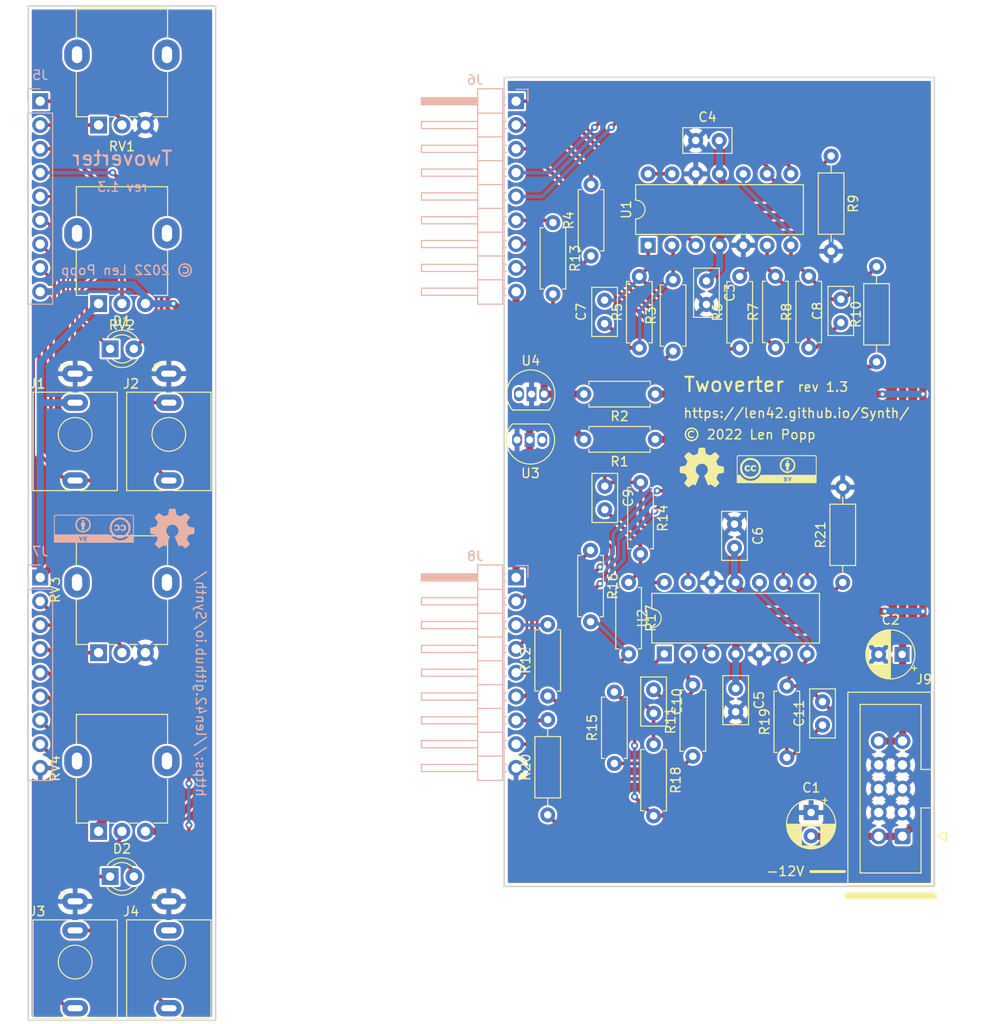
<source format=kicad_pcb>
(kicad_pcb (version 20211014) (generator pcbnew)
  (title_block (title "Eurorack Dual Attenuverter") (date "2022-08-12") (rev "1.3") (company "Len Popp") (comment 1 "Copyright © 2022 Len Popp CC BY") (comment 2 "Board settings comply with requirements of OSH Park https://oshpark.com/") (comment 3 "Eurorack dual attenuverter module - 4HP"))
  (layers (0 "F.Cu" signal) (31 "B.Cu" signal) (36 "B.SilkS" user "B.Silkscreen") (37 "F.SilkS" user "F.Silkscreen") (38 "B.Mask" user) (39 "F.Mask" user) (44 "Edge.Cuts" user))
  (net 0 "")
  (net 1 "+12V")
  (net 2 "GND")
  (net 3 "-12V")
  (net 4 "Net-(C7-Pad2)")
  (net 5 "Net-(C7-Pad1)")
  (net 6 "Net-(C8-Pad2)")
  (net 7 "Net-(C8-Pad1)")
  (net 8 "OUT-1")
  (net 9 "Net-(C9-Pad2)")
  (net 10 "Net-(C9-Pad1)")
  (net 11 "Net-(C10-Pad2)")
  (net 12 "Net-(C10-Pad1)")
  (net 13 "Net-(C11-Pad2)")
  (net 14 "Net-(C11-Pad1)")
  (net 15 "LED-1-2")
  (net 16 "LED-1-1")
  (net 17 "LED-2-2")
  (net 18 "LED-2-1")
  (net 19 "IN-1")
  (net 20 "+5VREF")
  (net 21 "OUT-1-NORMAL")
  (net 22 "IN-2")
  (net 23 "OUT-2")
  (net 25 "GAIN-1")
  (net 26 "GAIN-POT-1")
  (net 27 "OFFSET-1")
  (net 28 "GAIN-2")
  (net 29 "GAIN-POT-2")
  (net 30 "OFFSET-2")
  (net 31 "-5VREF")
  (net 32 "Net-(U1-Pad13)")
  (footprint "-lmp-misc:CP_Radial_D5.0mm_P2.50mm" (layer "F.Cu") (at 193.610112 105.9942 180)
    (fp_text reference "C2")
    (fp_text value "10U")
  )
  (footprint "-lmp-misc:CP_Radial_D5.0mm_P2.50mm" (layer "F.Cu") (at 183.896 122.8598 -90)
    (fp_text reference "C1")
    (fp_text value "10U")
  )
  (footprint "-lmp-synth:Jack_3.5mm_QingPu_WQP-PJ398SM_Vertical" (layer "F.Cu") (at 105.33 76.0478)
    (fp_text reference "J1")
    (fp_text value "WQP-PJ398")
  )
  (footprint "-lmp-synth:Potentiometer_Alpha_RD901F-40-00D_Single_Vertical" (layer "F.Cu") (at 107.83 68.58 90)
    (fp_text reference "RV2")
    (fp_text value "100K")
  )
  (footprint "-lmp-synth:Potentiometer_Alpha_RD901F-40-00D_Single_Vertical" (layer "F.Cu") (at 107.83 49.53 90)
    (fp_text reference "RV1")
    (fp_text value "100K")
  )
  (footprint "-lmp-misc:Logo_CC_BY" (layer "F.Cu") (at 180.213 86.233)
    (fp_text reference "G1" hide)
    (fp_text value "Logo_CC_BY" hide)
  )
  (footprint "-lmp-synth:IDC-Header-Eurorack-10-TH" (layer "F.Cu") (at 193.6496 125.3998 180)
    (fp_text reference "J9")
    (fp_text value "Conn_Eurorack_Pwr_10")
  )
  (footprint "-lmp-synth:Jack_3.5mm_QingPu_WQP-PJ398SM_Vertical" (layer "F.Cu") (at 115.33 76.0478)
    (fp_text reference "J2")
    (fp_text value "WQP-PJ398")
  )
  (footprint "-lmp-misc:Logo_OSHW" (layer "F.Cu") (at 172.2374 86.0806)
    (fp_text reference "G3" hide)
    (fp_text value "Logo_OSHW" hide)
  )
  (footprint "-lmp-synth:Jack_3.5mm_QingPu_WQP-PJ398SM_Vertical" (layer "F.Cu") (at 105.33 132.334)
    (fp_text reference "J3")
    (fp_text value "WQP-PJ398")
  )
  (footprint "-lmp-synth:Jack_3.5mm_QingPu_WQP-PJ398SM_Vertical" (layer "F.Cu") (at 115.33 132.334)
    (fp_text reference "J4")
    (fp_text value "WQP-PJ398")
  )
  (footprint "-lmp-misc:C_Disc_D5.0mm_W2.5mm_P2.50mm" (layer "F.Cu") (at 172.72 66.167 -90)
    (fp_text reference "C3")
    (fp_text value "100N")
  )
  (footprint "-lmp-misc:R_Axial_DIN0207_L6.3mm_D2.5mm_P7.62mm_Horizontal" (layer "F.Cu") (at 183.642 73.279 90)
    (fp_text reference "R8")
    (fp_text value "200K")
  )
  (footprint "-lmp-misc:C_Disc_D5.0mm_W2.5mm_P2.50mm" (layer "F.Cu") (at 175.8442 109.6264 -90)
    (fp_text reference "C5")
    (fp_text value "100N")
  )
  (footprint "-lmp-misc:R_Axial_DIN0207_L6.3mm_D2.5mm_P7.62mm_Horizontal" (layer "F.Cu") (at 165.5572 73.3044 90)
    (fp_text reference "R5")
    (fp_text value "100K")
  )
  (footprint "-lmp-misc:R_Axial_DIN0207_L6.3mm_D2.5mm_P10.16mm_Horizontal" (layer "F.Cu") (at 187.2742 98.3234 90)
    (fp_text reference "R21")
    (fp_text value "1K")
  )
  (footprint "-lmp-misc:R_Axial_DIN0207_L6.3mm_D2.5mm_P7.62mm_Horizontal" (layer "F.Cu") (at 160.401 63.5 90)
    (fp_text reference "R4")
    (fp_text value "33K2")
  )
  (footprint "-lmp-misc:C_Disc_D5.0mm_W2.5mm_P2.50mm" (layer "F.Cu") (at 161.8488 70.7136 90)
    (fp_text reference "C7")
    (fp_text value "47P")
  )
  (footprint "-lmp-misc:C_Disc_D5.0mm_W2.5mm_P2.50mm" (layer "F.Cu") (at 167.0812 109.7734 -90)
    (fp_text reference "C10")
    (fp_text value "47P")
  )
  (footprint "-lmp-misc:R_Axial_DIN0207_L6.3mm_D2.5mm_P7.62mm_Horizontal" (layer "F.Cu") (at 169.164 73.66 90)
    (fp_text reference "R3")
    (fp_text value "100K")
  )
  (footprint "-lmp-misc:TO-92-2_Inline" (layer "F.Cu") (at 155.124 83.116 180)
    (fp_text reference "U3")
    (fp_text value "LM4040")
  )
  (footprint "-lmp-misc:R_Axial_DIN0207_L6.3mm_D2.5mm_P7.62mm_Horizontal" (layer "F.Cu") (at 167.259 83.058 180)
    (fp_text reference "R1")
    (fp_text value "4K7")
  )
  (footprint "LED_THT:LED_D3.0mm" (layer "F.Cu") (at 109.06 73.406)
    (fp_text reference "D1")
    (fp_text value "LED_Bidi")
  )
  (footprint "-lmp-misc:R_Axial_DIN0207_L6.3mm_D2.5mm_P7.62mm_Horizontal" (layer "F.Cu") (at 171.2722 116.8654 90)
    (fp_text reference "R11")
    (fp_text value "100K")
  )
  (footprint "-lmp-misc:R_Axial_DIN0207_L6.3mm_D2.5mm_P7.62mm_Horizontal" (layer "F.Cu") (at 160.3502 94.8944 -90)
    (fp_text reference "R16")
    (fp_text value "200K")
  )
  (footprint "-lmp-misc:R_Axial_DIN0207_L6.3mm_D2.5mm_P7.62mm_Horizontal" (layer "F.Cu") (at 155.7782 110.4392 90)
    (fp_text reference "R12")
    (fp_text value "33K2")
  )
  (footprint "-lmp-misc:C_Disc_D5.0mm_W2.5mm_P2.50mm" (layer "F.Cu") (at 175.7172 92.1004 -90)
    (fp_text reference "C6")
    (fp_text value "100N")
  )
  (footprint "-lmp-misc:R_Axial_DIN0207_L6.3mm_D2.5mm_P10.16mm_Horizontal" (layer "F.Cu") (at 186.0296 52.832 -90)
    (fp_text reference "R9")
    (fp_text value "1K")
  )
  (footprint "-lmp-misc:C_Disc_D5.0mm_W2.5mm_P2.50mm" (layer "F.Cu") (at 171.577 51.181)
    (fp_text reference "C4")
    (fp_text value "100N")
  )
  (footprint "-lmp-misc:R_Axial_DIN0207_L6.3mm_D2.5mm_P7.62mm_Horizontal" (layer "F.Cu") (at 165.6842 87.6554 -90)
    (fp_text reference "R14")
    (fp_text value "100K")
  )
  (footprint "Package_DIP:DIP-14_W7.62mm" (layer "F.Cu") (at 168.2242 105.9434 90)
    (fp_text reference "U2")
    (fp_text value "TL074")
  )
  (footprint "LED_THT:LED_D3.0mm" (layer "F.Cu") (at 109.06 129.6922)
    (fp_text reference "D2")
    (fp_text value "LED_Bidi")
  )
  (footprint "-lmp-misc:R_Axial_DIN0207_L6.3mm_D2.5mm_P10.16mm_Horizontal" (layer "F.Cu") (at 190.881 64.643 -90)
    (fp_text reference "R10")
    (fp_text value "51R")
  )
  (footprint "-lmp-misc:R_Axial_DIN0207_L6.3mm_D2.5mm_P7.62mm_Horizontal" (layer "F.Cu") (at 176.276 73.3044 90)
    (fp_text reference "R6")
    (fp_text value "200K")
  )
  (footprint "-lmp-misc:C_Disc_D5.0mm_W2.5mm_P2.50mm" (layer "F.Cu") (at 185.1152 113.5434 90)
    (fp_text reference "C11")
    (fp_text value "47P")
  )
  (footprint "-lmp-misc:R_Axial_DIN0207_L6.3mm_D2.5mm_P7.62mm_Horizontal" (layer "F.Cu") (at 181.3052 116.9924 90)
    (fp_text reference "R19")
    (fp_text value "200K")
  )
  (footprint "-lmp-misc:R_Axial_DIN0207_L6.3mm_D2.5mm_P7.62mm_Horizontal" (layer "F.Cu") (at 162.8902 117.6274 90)
    (fp_text reference "R15")
    (fp_text value "100K")
  )
  (footprint "-lmp-misc:TO-92-2_Inline" (layer "F.Cu") (at 152.781 78.232)
    (fp_text reference "U4")
    (fp_text value "LM4040")
  )
  (footprint "-lmp-synth:Potentiometer_Alpha_RD901F-40-00D_Single_Vertical" (layer "F.Cu") (at 107.83 124.8662 90)
    (fp_text reference "RV4")
    (fp_text value "100K")
  )
  (footprint "-lmp-misc:R_Axial_DIN0207_L6.3mm_D2.5mm_P7.62mm_Horizontal" (layer "F.Cu") (at 180.086 73.279 90)
    (fp_text reference "R7")
    (fp_text value "100K")
  )
  (footprint "-lmp-misc:R_Axial_DIN0207_L6.3mm_D2.5mm_P7.62mm_Horizontal" (layer "F.Cu") (at 167.0812 115.5954 -90)
    (fp_text reference "R18")
    (fp_text value "100K")
  )
  (footprint "-lmp-synth:Potentiometer_Alpha_RD901F-40-00D_Single_Vertical" (layer "F.Cu") (at 107.83 105.8162 90)
    (fp_text reference "RV3")
    (fp_text value "100K")
  )
  (footprint "-lmp-misc:R_Axial_DIN0207_L6.3mm_D2.5mm_P7.62mm_Horizontal" (layer "F.Cu") (at 156.337 59.944 -90)
    (fp_text reference "R13")
    (fp_text value "100K")
  )
  (footprint "-lmp-misc:R_Axial_DIN0207_L6.3mm_D2.5mm_P7.62mm_Horizontal" (layer "F.Cu") (at 164.4142 98.3234 -90)
    (fp_text reference "R17")
    (fp_text value "200K")
  )
  (footprint "-lmp-misc:C_Disc_D5.0mm_W2.5mm_P2.50mm" (layer "F.Cu") (at 187.071 70.612 90)
    (fp_text reference "C8")
    (fp_text value "47P")
  )
  (footprint "-lmp-misc:C_Disc_D5.0mm_W2.5mm_P2.50mm" (layer "F.Cu") (at 161.8742 88.0564 -90)
    (fp_text reference "C9")
    (fp_text value "47P")
  )
  (footprint "Package_DIP:DIP-14_W7.62mm" (layer "F.Cu") (at 166.497 62.357 90)
    (fp_text reference "U1")
    (fp_text value "TL074")
  )
  (footprint "-lmp-misc:R_Axial_DIN0207_L6.3mm_D2.5mm_P7.62mm_Horizontal" (layer "F.Cu") (at 167.259 78.232 180)
    (fp_text reference "R2")
    (fp_text value "4K7")
  )
  (footprint "-lmp-misc:R_Axial_DIN0207_L6.3mm_D2.5mm_P10.16mm_Horizontal" (layer "F.Cu") (at 155.7782 123.1138 90)
    (fp_text reference "R20")
    (fp_text value "51R")
  )
  (footprint "Connector_PinSocket_2.54mm:PinSocket_1x09_P2.54mm_Vertical" (layer "B.Cu") (at 101.6 46.99 180)
    (fp_text reference "J5")
    (fp_text value "Conn_Front")
  )
  (footprint "-lmp-misc:Logo_CC_BY" (layer "B.Cu") (at 107.3404 92.583 180)
    (fp_text reference "G2" hide)
    (fp_text value "Logo_CC_BY" hide)
  )
  (footprint "-lmp-misc:Logo_OSHW" (layer "B.Cu") (at 115.697 92.583 180)
    (fp_text reference "G4" hide)
    (fp_text value "Logo_OSHW" hide)
  )
  (footprint "Connector_PinHeader_2.54mm:PinHeader_1x09_P2.54mm_Horizontal" (layer "B.Cu") (at 152.4 46.99 180)
    (fp_text reference "J6")
    (fp_text value "Conn_Back")
  )
  (footprint "Connector_PinSocket_2.54mm:PinSocket_1x09_P2.54mm_Vertical" (layer "B.Cu") (at 101.6 97.79 180)
    (fp_text reference "J7")
    (fp_text value "Conn_Front")
  )
  (footprint "Connector_PinHeader_2.54mm:PinHeader_1x09_P2.54mm_Horizontal" (layer "B.Cu") (at 152.4 97.79 180)
    (fp_text reference "J8")
    (fp_text value "Conn_Back")
  )
  (gr_line (start 187.4774 129.159) (end 183.863 129.159) (layer "F.SilkS") (width 0.3048))
  (gr_line (start 151.13 130.7438) (end 151.13 44.45) (layer "Edge.Cuts") (width 0.1524))
  (gr_line (start 151.13 44.45) (end 197.058 44.45) (layer "Edge.Cuts") (width 0.1524))
  (gr_line (start 120.33 36.83) (end 120.33 145.034) (layer "Edge.Cuts") (width 0.1524))
  (gr_line (start 120.33 145.034) (end 100.33 145.034) (layer "Edge.Cuts") (width 0.1524))
  (gr_line (start 100.33 36.83) (end 120.33 36.83) (layer "Edge.Cuts") (width 0.1524))
  (gr_line (start 197.058 130.7438) (end 151.13 130.7438) (layer "Edge.Cuts") (width 0.1524))
  (gr_line (start 197.058 44.45) (end 197.058 130.7438) (layer "Edge.Cuts") (width 0.1524))
  (gr_line (start 100.33 145.034) (end 100.33 36.83) (layer "Edge.Cuts") (width 0.1524))
  (gr_text "Twoverter" (at 110.363 53.086) (layer "B.SilkS") (effects (font (size 1.524 1.524) (thickness 0.2286)) (justify mirror)))
  (gr_text "rev ${REVISION}" (at 110.363 56.134) (layer "B.SilkS") (effects (font (size 1 1)) (justify mirror)))
  (gr_text "© 2022 Len Popp" (at 110.871 65.024) (layer "B.SilkS") (effects (font (size 1 1)) (justify mirror)))
  (gr_text "https://len42.github.io/Synth/" (at 118.745 121.285 -90) (layer "B.SilkS") (effects (font (size 1.016 1.016) (thickness 0.1524)) (justify left mirror)))
  (gr_text "© 2022 Len Popp" (at 170.18 82.55) (layer "F.SilkS") (effects (font (size 1 1)) (justify left)))
  (gr_text "-12V" (at 183.261 129.1336) (layer "F.SilkS") (effects (font (size 1 1)) (justify right)))
  (gr_text "Twoverter" (at 170.18 77.216) (layer "F.SilkS") (effects (font (size 1.524 1.524) (thickness 0.2286)) (justify left)))
  (gr_text "https://len42.github.io/Synth/" (at 170.18 80.264) (layer "F.SilkS") (effects (font (size 1.016 1.016) (thickness 0.1524)) (justify left)))
  (gr_text "rev ${REVISION}" (at 182.372 77.47) (layer "F.SilkS") (effects (font (size 1 1)) (justify left)))
  (segment (start 189.611 60.198) (end 175.514 60.198) (width 0.762) (layer "F.Cu") (net 1))
  (segment (start 193.548 83.058) (end 167.259 83.058) (width 0.762) (layer "F.Cu") (net 1))
  (segment (start 191.1096 115.2398) (end 193.6496 115.2398) (width 0.762) (layer "F.Cu") (net 1))
  (segment (start 175.8442 105.0798) (end 175.8442 105.9434) (width 0.762) (layer "F.Cu") (net 1))
  (segment (start 174.117 61.595) (end 174.117 62.357) (width 0.762) (layer "F.Cu") (net 1))
  (segment (start 193.662 64.249) (end 189.611 60.198) (width 0.762) (layer "F.Cu") (net 1))
  (segment (start 193.662 82.944) (end 193.548 83.058) (width 0.762) (layer "F.Cu") (net 1))
  (segment (start 177.5206 103.4034) (end 175.8442 105.0798) (width 0.762) (layer "F.Cu") (net 1))
  (segment (start 193.6496 115.2398) (end 193.662 115.2274) (width 0.762) (layer "F.Cu") (net 1))
  (segment (start 193.6496 103.4034) (end 177.5206 103.4034) (width 0.762) (layer "F.Cu") (net 1))
  (segment (start 175.514 60.198) (end 174.117 61.595) (width 0.762) (layer "F.Cu") (net 1))
  (segment (start 193.662 82.944) (end 193.662 64.249) (width 0.762) (layer "F.Cu") (net 1))
  (segment (start 193.662 115.2274) (end 193.662 82.944) (width 0.762) (layer "F.Cu") (net 1))
  (segment (start 174.117 62.357) (end 174.117 64.77) (width 0.762) (layer "B.Cu") (net 1))
  (segment (start 175.8442 105.9434) (end 175.8442 109.6264) (width 0.762) (layer "B.Cu") (net 1))
  (segment (start 174.117 64.77) (end 172.72 66.167) (width 0.762) (layer "B.Cu") (net 1))
  (segment (start 174.117 55.245) (end 174.117 54.737) (width 0.762) (layer "F.Cu") (net 3))
  (segment (start 191.77 101.3968) (end 178.6128 101.3968) (width 0.762) (layer "F.Cu") (net 3))
  (segment (start 195.834 123.2154) (end 193.6496 125.3998) (width 0.762) (layer "F.Cu") (net 3))
  (segment (start 177.1904 58.3184) (end 174.117 55.245) (width 0.762) (layer "F.Cu") (net 3))
  (segment (start 178.6128 101.3968) (end 175.8442 98.6282) (width 0.762) (layer "F.Cu") (net 3))
  (segment (start 183.936 125.3998) (end 183.896 125.3598) (width 0.762) (layer "F.Cu") (net 3))
  (segment (start 195.834 63.246) (end 190.9064 58.3184) (width 0.762) (layer "F.Cu") (net 3))
  (segment (start 190.9064 58.3184) (end 177.1904 58.3184) (width 0.762) (layer "F.Cu") (net 3))
  (segment (start 191.1096 125.3998) (end 183.936 125.3998) (width 0.762) (layer "F.Cu") (net 3))
  (segment (start 167.259 78.232) (end 191.516 78.232) (width 0.762) (layer "F.Cu") (net 3))
  (segment (start 175.8442 98.6282) (end 175.8442 98.3234) (width 0.762) (layer "F.Cu") (net 3))
  (segment (start 195.834 78.232) (end 195.834 123.2154) (width 0.762) (layer "F.Cu") (net 3))
  (segment (start 191.1096 125.3998) (end 193.6496 125.3998) (width 0.762) (layer "F.Cu") (net 3))
  (segment (start 195.834 78.232) (end 195.834 63.246) (width 0.762) (layer "F.Cu") (net 3))
  (via (at 191.516 78.232) (size 0.762) (drill 0.381) (layers "F.Cu" "B.Cu") (net 3))
  (via (at 191.77 101.3968) (size 0.762) (drill 0.381) (layers "F.Cu" "B.Cu") (net 3))
  (via (at 195.834 78.232) (size 0.762) (drill 0.381) (layers "F.Cu" "B.Cu") (net 3))
  (via (at 195.834 101.3968) (size 0.762) (drill 0.381) (layers "F.Cu" "B.Cu") (net 3))
  (segment (start 174.117 51.221) (end 174.077 51.181) (width 0.762) (layer "B.Cu") (net 3))
  (segment (start 175.7172 98.1964) (end 175.8442 98.3234) (width 0.762) (layer "B.Cu") (net 3))
  (segment (start 191.516 78.232) (end 195.834 78.232) (width 0.762) (layer "B.Cu") (net 3))
  (segment (start 175.7172 94.6004) (end 175.7172 98.1964) (width 0.762) (layer "B.Cu") (net 3))
  (segment (start 195.834 101.3968) (end 191.77 101.3968) (width 0.762) (layer "B.Cu") (net 3))
  (segment (start 174.117 54.737) (end 174.117 51.221) (width 0.762) (layer "B.Cu") (net 3))
  (segment (start 167.767 67.945) (end 169.164 67.945) (width 0.381) (layer "F.Cu") (net 4))
  (segment (start 166.497 64.7446) (end 165.5572 65.6844) (width 0.381) (layer "F.Cu") (net 4))
  (segment (start 165.5572 65.7352) (end 167.767 67.945) (width 0.381) (layer "F.Cu") (net 4))
  (segment (start 169.164 67.945) (end 172.72 71.501) (width 0.381) (layer "F.Cu") (net 4))
  (segment (start 172.72 71.501) (end 178.308 71.501) (width 0.381) (layer "F.Cu") (net 4))
  (segment (start 165.5572 65.6844) (end 165.5572 65.7352) (width 0.381) (layer "F.Cu") (net 4))
  (segment (start 166.497 62.357) (end 166.497 64.7446) (width 0.381) (layer "F.Cu") (net 4))
  (segment (start 178.308 71.501) (end 180.086 73.279) (width 0.381) (layer "F.Cu") (net 4))
  (segment (start 165.5572 65.8368) (end 163.1804 68.2136) (width 0.381) (layer "B.Cu") (net 4))
  (segment (start 165.5572 65.6844) (end 165.5572 65.8368) (width 0.381) (layer "B.Cu") (net 4))
  (segment (start 163.1804 68.2136) (end 161.8488 68.2136) (width 0.381) (layer "B.Cu") (net 4))
  (segment (start 162.0266 70.7136) (end 164.6174 73.3044) (width 0.381) (layer "F.Cu") (net 5))
  (segment (start 169.164 62.484) (end 169.037 62.357) (width 0.381) (layer "F.Cu") (net 5))
  (segment (start 161.8488 70.7136) (end 162.0266 70.7136) (width 0.381) (layer "F.Cu") (net 5))
  (segment (start 164.6174 73.3044) (end 165.5572 73.3044) (width 0.381) (layer "F.Cu") (net 5))
  (segment (start 169.164 66.04) (end 169.164 62.484) (width 0.381) (layer "F.Cu") (net 5))
  (segment (start 165.608 73.2536) (end 165.608 69.342) (width 0.381) (layer "B.Cu") (net 5))
  (segment (start 168.91 66.04) (end 169.164 66.04) (width 0.381) (layer "B.Cu") (net 5))
  (segment (start 165.5572 73.3044) (end 165.608 73.2536) (width 0.381) (layer "B.Cu") (net 5))
  (segment (start 165.608 69.342) (end 168.91 66.04) (width 0.381) (layer "B.Cu") (net 5))
  (segment (start 181.737 62.357) (end 181.737 63.754) (width 0.381) (layer "F.Cu") (net 6))
  (segment (start 187.071 68.112) (end 187.412 68.112) (width 0.381) (layer "F.Cu") (net 6))
  (segment (start 186.095 68.112) (end 187.071 68.112) (width 0.381) (layer "F.Cu") (net 6))
  (segment (start 187.412 68.112) (end 190.881 64.643) (width 0.381) (layer "F.Cu") (net 6))
  (segment (start 183.642 65.659) (end 186.095 68.112) (width 0.381) (layer "F.Cu") (net 6))
  (segment (start 181.737 63.754) (end 183.642 65.659) (width 0.381) (layer "F.Cu") (net 6))
  (segment (start 181.737 61.087) (end 181.737 62.357) (width 0.381) (layer "B.Cu") (net 6))
  (segment (start 176.657 56.007) (end 181.737 61.087) (width 0.381) (layer "B.Cu") (net 6))
  (segment (start 176.657 54.737) (end 176.657 56.007) (width 0.381) (layer "B.Cu") (net 6))
  (segment (start 183.642 73.279) (end 183.642 69.215) (width 0.381) (layer "F.Cu") (net 7))
  (segment (start 184.404 73.279) (end 183.642 73.279) (width 0.381) (layer "F.Cu") (net 7))
  (segment (start 183.642 69.215) (end 180.086 65.659) (width 0.381) (layer "F.Cu") (net 7))
  (segment (start 179.197 64.77) (end 177.1904 64.77) (width 0.381) (layer "F.Cu") (net 7))
  (segment (start 187.071 70.612) (end 184.404 73.279) (width 0.381) (layer "F.Cu") (net 7))
  (segment (start 177.1904 64.77) (end 176.276 65.6844) (width 0.381) (layer "F.Cu") (net 7))
  (segment (start 180.086 65.659) (end 179.197 64.77) (width 0.381) (layer "F.Cu") (net 7))
  (segment (start 179.197 64.77) (end 179.197 62.357) (width 0.381) (layer "F.Cu") (net 7))
  (segment (start 102.743 70.612) (end 104.0892 69.2658) (width 0.3048) (layer "F.Cu") (net 8))
  (segment (start 161.163 61.722) (end 153.797 61.722) (width 0.381) (layer "F.Cu") (net 8))
  (segment (start 104.0892 64.7192) (end 101.6 62.23) (width 0.3048) (layer "F.Cu") (net 8))
  (segment (start 102.743 84.074) (end 102.743 70.612) (width 0.381) (layer "F.Cu") (net 8))
  (segment (start 169.418 71.501) (end 167.513 71.501) (width 0.381) (layer "F.Cu") (net 8))
  (segment (start 173.228 75.311) (end 169.418 71.501) (width 0.381) (layer "F.Cu") (net 8))
  (segment (start 167.513 71.501) (end 162.56 66.548) (width 0.381) (layer "F.Cu") (net 8))
  (segment (start 104.0892 69.2658) (end 104.0892 64.7192) (width 0.3048) (layer "F.Cu") (net 8))
  (segment (start 162.56 63.119) (end 161.163 61.722) (width 0.381) (layer "F.Cu") (net 8))
  (segment (start 104.14 85.471) (end 102.743 84.074) (width 0.381) (layer "F.Cu") (net 8))
  (segment (start 115.33 87.4478) (end 113.3532 85.471) (width 0.381) (layer "F.Cu") (net 8))
  (segment (start 113.3532 85.471) (end 104.14 85.471) (width 0.381) (layer "F.Cu") (net 8))
  (segment (start 153.797 61.722) (end 153.289 62.23) (width 0.381) (layer "F.Cu") (net 8))
  (segment (start 190.881 74.803) (end 190.373 75.311) (width 0.381) (layer "F.Cu") (net 8))
  (segment (start 153.289 62.23) (end 152.4 62.23) (width 0.381) (layer "F.Cu") (net 8))
  (segment (start 190.373 75.311) (end 173.228 75.311) (width 0.381) (layer "F.Cu") (net 8))
  (segment (start 162.56 66.548) (end 162.56 63.119) (width 0.381) (layer "F.Cu") (net 8))
  (segment (start 166.9542 98.3234) (end 168.2242 98.3234) (width 0.381) (layer "F.Cu") (net 9))
  (segment (start 165.6842 97.0534) (end 166.9542 98.3234) (width 0.381) (layer "F.Cu") (net 9))
  (segment (start 165.6842 97.0534) (end 164.4142 98.3234) (width 0.381) (layer "F.Cu") (net 9))
  (segment (start 165.6842 95.2754) (end 165.6842 97.0534) (width 0.381) (layer "F.Cu") (net 9))
  (segment (start 161.8742 90.5564) (end 165.6842 94.3664) (width 0.381) (layer "F.Cu") (net 9))
  (segment (start 165.6842 94.3664) (end 165.6842 95.2754) (width 0.381) (layer "F.Cu") (net 9))
  (segment (start 162.2752 87.6554) (end 161.8742 88.0564) (width 0.381) (layer "F.Cu") (net 10))
  (segment (start 156.337 71.882) (end 156.337 67.564) (width 0.381) (layer "F.Cu") (net 10))
  (segment (start 161.8742 88.0564) (end 161.8742 77.4192) (width 0.381) (layer "F.Cu") (net 10))
  (segment (start 170.7642 98.3234) (end 170.7642 97.1804) (width 0.381) (layer "F.Cu") (net 10))
  (segment (start 170.7642 97.1804) (end 165.6842 92.1004) (width 0.381) (layer "F.Cu") (net 10))
  (segment (start 161.8742 77.4192) (end 156.337 71.882) (width 0.381) (layer "F.Cu") (net 10))
  (segment (start 165.6842 87.6554) (end 162.2752 87.6554) (width 0.381) (layer "F.Cu") (net 10))
  (segment (start 165.6842 92.1004) (end 165.6842 87.6554) (width 0.381) (layer "F.Cu") (net 10))
  (segment (start 162.8902 110.0074) (end 163.5052 110.6224) (width 0.381) (layer "F.Cu") (net 11))
  (segment (start 167.0812 115.5954) (end 167.0812 112.2734) (width 0.381) (layer "F.Cu") (net 11))
  (segment (start 165.4302 110.6224) (end 165.4302 108.7374) (width 0.381) (layer "F.Cu") (net 11))
  (segment (start 167.0812 112.2734) (end 165.4302 110.6224) (width 0.381) (layer "F.Cu") (net 11))
  (segment (start 163.5052 110.6224) (end 165.4302 110.6224) (width 0.381) (layer "F.Cu") (net 11))
  (segment (start 165.4302 108.7374) (end 168.2242 105.9434) (width 0.381) (layer "F.Cu") (net 11))
  (segment (start 162.8902 117.6274) (end 167.4622 117.6274) (width 0.381) (layer "F.Cu") (net 12))
  (segment (start 170.7642 108.7374) (end 170.7642 105.9434) (width 0.381) (layer "F.Cu") (net 12))
  (segment (start 167.4622 117.6274) (end 169.2402 115.8494) (width 0.381) (layer "F.Cu") (net 12))
  (segment (start 171.2722 109.2454) (end 171.2722 109.9004) (width 0.381) (layer "F.Cu") (net 12))
  (segment (start 169.2402 115.8494) (end 169.2402 111.9324) (width 0.381) (layer "F.Cu") (net 12))
  (segment (start 167.0812 109.7734) (end 169.2402 111.9324) (width 0.381) (layer "F.Cu") (net 12))
  (segment (start 171.2722 109.9004) (end 169.2402 111.9324) (width 0.381) (layer "F.Cu") (net 12))
  (segment (start 171.2722 109.2454) (end 170.7642 108.7374) (width 0.381) (layer "F.Cu") (net 12))
  (segment (start 183.4642 106.6038) (end 181.3052 108.7628) (width 0.381) (layer "F.Cu") (net 13))
  (segment (start 157.6578 124.9934) (end 177.3682 124.9934) (width 0.381) (layer "F.Cu") (net 13))
  (segment (start 181.3052 108.7628) (end 181.3052 109.3724) (width 0.381) (layer "F.Cu") (net 13))
  (segment (start 186.7662 115.5954) (end 186.7662 112.6944) (width 0.381) (layer "F.Cu") (net 13))
  (segment (start 186.7662 112.6944) (end 185.1152 111.0434) (width 0.381) (layer "F.Cu") (net 13))
  (segment (start 183.4642 105.9434) (end 183.4642 106.6038) (width 0.381) (layer "F.Cu") (net 13))
  (segment (start 183.4442 109.3724) (end 185.1152 111.0434) (width 0.381) (layer "F.Cu") (net 13))
  (segment (start 177.3682 124.9934) (end 186.7662 115.5954) (width 0.381) (layer "F.Cu") (net 13))
  (segment (start 181.3052 109.3724) (end 183.4442 109.3724) (width 0.381) (layer "F.Cu") (net 13))
  (segment (start 155.7782 123.1138) (end 157.6578 124.9934) (width 0.381) (layer "F.Cu") (net 13))
  (segment (start 178.3842 98.3234) (end 178.3842 99.4664) (width 0.381) (layer "B.Cu") (net 13))
  (segment (start 183.4642 104.5464) (end 183.4642 105.9434) (width 0.381) (layer "B.Cu") (net 13))
  (segment (start 178.3842 99.4664) (end 183.4642 104.5464) (width 0.381) (layer "B.Cu") (net 13))
  (segment (start 161.2392 109.1184) (end 161.2392 109.8804) (width 0.381) (layer "F.Cu") (net 14))
  (segment (start 179.1462 112.0394) (end 181.3052 114.1984) (width 0.381) (layer "F.Cu") (net 14))
  (segment (start 165.0492 114.7064) (end 165.0492 115.7224) (width 0.381) (layer "F.Cu") (net 14))
  (segment (start 162.2552 111.9124) (end 165.0492 114.7064) (width 0.381) (layer "F.Cu") (net 14))
  (segment (start 165.0492 121.1834) (end 167.0812 123.2154) (width 0.381) (layer "F.Cu") (net 14))
  (segment (start 179.1462 112.0394) (end 167.9702 123.2154) (width 0.381) (layer "F.Cu") (net 14))
  (segment (start 181.6662 116.9924) (end 181.3052 116.9924) (width 0.381) (layer "F.Cu") (net 14))
  (segment (start 161.2392 110.8964) (end 162.2552 111.9124) (width 0.381) (layer "F.Cu") (net 14))
  (segment (start 185.1152 113.5434) (end 181.6662 116.9924) (width 0.381) (layer "F.Cu") (net 14))
  (segment (start 180.9242 106.3498) (end 180.9242 105.9434) (width 0.381) (layer "F.Cu") (net 14))
  (segment (start 179.1462 112.0394) (end 179.1462 108.1278) (width 0.381) (layer "F.Cu") (net 14))
  (segment (start 164.4142 105.9434) (end 161.2392 109.1184) (width 0.381) (layer "F.Cu") (net 14))
  (segment (start 161.2392 109.8804) (end 161.2392 110.8964) (width 0.381) (layer "F.Cu") (net 14))
  (segment (start 181.3052 114.1984) (end 181.3052 116.9924) (width 0.381) (layer "F.Cu") (net 14))
  (segment (start 167.9702 123.2154) (end 167.0812 123.2154) (width 0.381) (layer "F.Cu") (net 14))
  (segment (start 179.1462 108.1278) (end 180.9242 106.3498) (width 0.381) (layer "F.Cu") (net 14))
  (via (at 165.0492 115.7224) (size 0.762) (drill 0.381) (layers "F.Cu" "B.Cu") (net 14))
  (via (at 165.0492 121.1834) (size 0.762) (drill 0.381) (layers "F.Cu" "B.Cu") (net 14))
  (segment (start 160.9852 102.5144) (end 164.4142 105.9434) (width 0.381) (layer "B.Cu") (net 14))
  (segment (start 165.0492 115.7224) (end 165.0492 121.1834) (width 0.381) (layer "B.Cu") (net 14))
  (segment (start 160.3502 102.5144) (end 160.9852 102.5144) (width 0.381) (layer "B.Cu") (net 14))
  (segment (start 107.061 57.15) (end 108.966 59.055) (width 0.3048) (layer "F.Cu") (net 15))
  (segment (start 163.068 49.276) (end 174.498 49.276) (width 0.381) (layer "F.Cu") (net 15))
  (segment (start 186.0296 52.8828) (end 182.4228 56.4896) (width 0.381) (layer "F.Cu") (net 15))
  (segment (start 180.9496 56.4896) (end 179.197 54.737) (width 0.381) (layer "F.Cu") (net 15))
  (segment (start 186.0296 52.832) (end 186.0296 52.8828) (width 0.381) (layer "F.Cu") (net 15))
  (segment (start 174.498 49.276) (end 179.197 53.975) (width 0.381) (layer "F.Cu") (net 15))
  (segment (start 179.197 53.975) (end 179.197 54.737) (width 0.381) (layer "F.Cu") (net 15))
  (segment (start 108.966 64.135) (end 106.045 67.056) (width 0.3048) (layer "F.Cu") (net 15))
  (segment (start 182.4228 56.4896) (end 180.9496 56.4896) (width 0.381) (layer "F.Cu") (net 15))
  (segment (start 108.966 59.055) (end 108.966 64.135) (width 0.3048) (layer "F.Cu") (net 15))
  (segment (start 162.56 49.784) (end 163.068 49.276) (width 0.381) (layer "F.Cu") (net 15))
  (segment (start 106.045 67.056) (end 106.045 70.391) (width 0.3048) (layer "F.Cu") (net 15))
  (segment (start 101.6 57.15) (end 107.061 57.15) (width 0.3048) (layer "F.Cu") (net 15))
  (segment (start 106.045 70.391) (end 109.06 73.406) (width 0.3048) (layer "F.Cu") (net 15))
  (via (at 162.56 49.784) (size 0.762) (drill 0.381) (layers "F.Cu" "B.Cu") (net 15))
  (segment (start 152.4 57.15) (end 155.194 57.15) (width 0.381) (layer "B.Cu") (net 15))
  (segment (start 155.194 57.15) (end 156.337 56.007) (width 0.381) (layer "B.Cu") (net 15))
  (segment (start 156.337 56.007) (end 162.56 49.784) (width 0.381) (layer "B.Cu") (net 15))
  (segment (start 175.641 48.006) (end 181.737 54.102) (width 0.381) (layer "F.Cu") (net 16))
  (segment (start 181.737 54.102) (end 181.737 54.737) (width 0.381) (layer "F.Cu") (net 16))
  (segment (start 112.014 57.277) (end 112.014 64.516) (width 0.381) (layer "F.Cu") (net 16))
  (segment (start 114.554 70.452) (end 111.6 73.406) (width 0.381) (layer "F.Cu") (net 16))
  (segment (start 112.014 64.516) (end 114.554 67.056) (width 0.381) (layer "F.Cu") (net 16))
  (segment (start 109.347 54.61) (end 112.014 57.277) (width 0.381) (layer "F.Cu") (net 16))
  (segment (start 162.56 48.006) (end 175.641 48.006) (width 0.381) (layer "F.Cu") (net 16))
  (segment (start 160.782 49.784) (end 162.56 48.006) (width 0.381) (layer "F.Cu") (net 16))
  (segment (start 114.554 67.056) (end 114.554 70.452) (width 0.381) (layer "F.Cu") (net 16))
  (via (at 160.782 49.784) (size 0.762) (drill 0.381) (layers "F.Cu" "B.Cu") (net 16))
  (via (at 109.347 54.61) (size 0.762) (drill 0.381) (layers "F.Cu" "B.Cu") (net 16))
  (segment (start 160.782 49.784) (end 155.956 54.61) (width 0.381) (layer "B.Cu") (net 16))
  (segment (start 155.956 54.61) (end 152.4 54.61) (width 0.381) (layer "B.Cu") (net 16))
  (segment (start 101.6 54.61) (end 109.347 54.61) (width 0.381) (layer "B.Cu") (net 16))
  (segment (start 102.3874 110.49) (end 101.6 110.49) (width 0.381) (layer "F.Cu") (net 17))
  (segment (start 103.7763 122.5123) (end 107.7976 118.491) (width 0.381) (layer "F.Cu") (net 17))
  (segment (start 109.06 129.6922) (end 105.9432 129.6922) (width 0.381) (layer "F.Cu") (net 17))
  (segment (start 103.7763 127.5253) (end 103.7763 122.5123) (width 0.381) (layer "F.Cu") (net 17))
  (segment (start 105.9432 129.6922) (end 103.7763 127.5253) (width 0.381) (layer "F.Cu") (net 17))
  (segment (start 176.3522 89.9414) (end 180.9242 94.5134) (width 0.381) (layer "F.Cu") (net 17))
  (segment (start 107.7976 115.9002) (end 102.3874 110.49) (width 0.381) (layer "F.Cu") (net 17))
  (segment (start 167.9702 89.9414) (end 176.3522 89.9414) (width 0.381) (layer "F.Cu") (net 17))
  (segment (start 167.2082 90.7034) (end 167.9702 89.9414) (width 0.381) (layer "F.Cu") (net 17))
  (segment (start 153.289 110.49) (end 158.623 105.156) (width 0.381) (layer "F.Cu") (net 17))
  (segment (start 107.7976 118.491) (end 107.7976 115.9002) (width 0.381) (layer "F.Cu") (net 17))
  (segment (start 185.6232 99.9744) (end 182.5752 99.9744) (width 0.381) (layer "F.Cu") (net 17))
  (segment (start 152.4 110.49) (end 153.289 110.49) (width 0.381) (layer "F.Cu") (net 17))
  (segment (start 158.623 105.156) (end 158.623 101.1936) (width 0.381) (layer "F.Cu") (net 17))
  (segment (start 158.623 101.1936) (end 161.3662 98.4504) (width 0.381) (layer "F.Cu") (net 17))
  (segment (start 182.5752 99.9744) (end 180.9242 98.3234) (width 0.381) (layer "F.Cu") (net 17))
  (segment (start 187.2742 98.3234) (end 185.6232 99.9744) (width 0.381) (layer "F.Cu") (net 17))
  (segment (start 180.9242 94.5134) (end 180.9242 98.3234) (width 0.381) (layer "F.Cu") (net 17))
  (via (at 161.3662 98.4504) (size 0.762) (drill 0.381) (layers "F.Cu" "B.Cu") (net 17))
  (via (at 167.2082 90.7034) (size 0.762) (drill 0.381) (layers "F.Cu" "B.Cu") (net 17))
  (segment (start 163.9062 95.9104) (end 161.3662 98.4504) (width 0.381) (layer "B.Cu") (net 17))
  (segment (start 167.2082 90.7034) (end 163.9062 94.0054) (width 0.381) (layer "B.Cu") (net 17))
  (segment (start 163.9062 94.0054) (end 163.9062 95.9104) (width 0.381) (layer "B.Cu") (net 17))
  (segment (start 104.8766 122.9106) (end 104.8766 126.873) (width 0.381) (layer "F.Cu") (net 18))
  (segment (start 157.48 104.3178) (end 157.48 100.5586) (width 0.381) (layer "F.Cu") (net 18))
  (segment (start 176.9872 88.5444) (end 183.4642 95.0214) (width 0.381) (layer "F.Cu") (net 18))
  (segment (start 110.363 127.9144) (end 111.6 129.1514) (width 0.381) (layer "F.Cu") (net 18))
  (segment (start 104.8766 126.873) (end 105.918 127.9144) (width 0.381) (layer "F.Cu") (net 18))
  (segment (start 105.918 127.9144) (end 110.363 127.9144) (width 0.381) (layer "F.Cu") (net 18))
  (segment (start 167.4622 88.5444) (end 176.9872 88.5444) (width 0.381) (layer "F.Cu") (net 18))
  (segment (start 108.9914 118.7958) (end 104.8766 122.9106) (width 0.381) (layer "F.Cu") (net 18))
  (segment (start 111.6 129.1514) (end 111.6 129.6922) (width 0.381) (layer "F.Cu") (net 18))
  (segment (start 101.6 107.95) (end 102.4382 107.95) (width 0.381) (layer "F.Cu") (net 18))
  (segment (start 108.9914 114.5032) (end 108.9914 118.7958) (width 0.381) (layer "F.Cu") (net 18))
  (segment (start 157.48 100.5586) (end 161.3662 96.6724) (width 0.381) (layer "F.Cu") (net 18))
  (segment (start 183.4642 95.0214) (end 183.4642 98.3234) (width 0.381) (layer "F.Cu") (net 18))
  (segment (start 152.4 107.95) (end 153.8478 107.95) (width 0.381) (layer "F.Cu") (net 18))
  (segment (start 102.4382 107.95) (end 108.9914 114.5032) (width 0.381) (layer "F.Cu") (net 18))
  (segment (start 153.8478 107.95) (end 157.48 104.3178) (width 0.381) (layer "F.Cu") (net 18))
  (via (at 167.4622 88.5444) (size 0.762) (drill 0.381) (layers "F.Cu" "B.Cu") (net 18))
  (via (at 161.3662 96.6724) (size 0.762) (drill 0.381) (layers "F.Cu" "B.Cu") (net 18))
  (segment (start 162.7632 93.1164) (end 162.7632 95.2754) (width 0.381) (layer "B.Cu") (net 18))
  (segment (start 167.4622 88.5444) (end 167.3352 88.5444) (width 0.381) (layer "B.Cu") (net 18))
  (segment (start 167.3352 88.5444) (end 162.7632 93.1164) (width 0.381) (layer "B.Cu") (net 18))
  (segment (start 162.7632 95.2754) (end 161.3662 96.6724) (width 0.381) (layer "B.Cu") (net 18))
  (segment (start 117.475 119.761) (end 117.475 94.361) (width 0.381) (layer "F.Cu") (net 19))
  (segment (start 163.576 75.057) (end 159.131 70.612) (width 0.381) (layer "F.Cu") (net 19))
  (segment (start 152.4 64.77) (end 159.131 64.77) (width 0.381) (layer "F.Cu") (net 19))
  (segment (start 103.124 66.294) (end 101.6 64.77) (width 0.3048) (layer "F.Cu") (net 19))
  (segment (start 117.475 126.365) (end 117.4115 126.4285) (width 0.381) (layer "F.Cu") (net 19))
  (segment (start 159.131 70.612) (end 159.131 64.77) (width 0.381) (layer "F.Cu") (net 19))
  (segment (start 117.475 94.361) (end 110.5618 87.4478) (width 0.381) (layer "F.Cu") (net 19))
  (segment (start 101.473 69.85) (end 103.124 68.199) (width 0.3048) (layer "F.Cu") (net 19))
  (segment (start 108.406 135.434) (end 105.33 135.434) (width 0.381) (layer "F.Cu") (net 19))
  (segment (start 159.131 64.77) (end 160.401 63.5) (width 0.381) (layer "F.Cu") (net 19))
  (segment (start 117.4115 126.4285) (end 108.406 135.434) (width 0.381) (layer "F.Cu") (net 19))
  (segment (start 167.767 75.057) (end 163.576 75.057) (width 0.381) (layer "F.Cu") (net 19))
  (segment (start 103.124 68.199) (end 103.124 66.294) (width 0.3048) (layer "F.Cu") (net 19))
  (segment (start 104.3388 87.4478) (end 101.473 84.582) (width 0.381) (layer "F.Cu") (net 19))
  (segment (start 101.473 84.582) (end 101.473 69.85) (width 0.381) (layer "F.Cu") (net 19))
  (segment (start 169.164 73.66) (end 167.767 75.057) (width 0.381) (layer "F.Cu") (net 19))
  (segment (start 117.475 124.206) (end 117.475 126.365) (width 0.381) (layer "F.Cu") (net 19))
  (segment (start 105.33 87.4478) (end 104.3388 87.4478) (width 0.381) (layer "F.Cu") (net 19))
  (segment (start 110.5618 87.4478) (end 105.33 87.4478) (width 0.381) (layer "F.Cu") (net 19))
  (via (at 117.475 119.761) (size 0.762) (drill 0.381) (layers "F.Cu" "B.Cu") (net 19))
  (via (at 117.475 124.206) (size 0.762) (drill 0.381) (layers "F.Cu" "B.Cu") (net 19))
  (segment (start 117.475 119.761) (end 117.475 124.206) (width 0.381) (layer "B.Cu") (net 19))
  (segment (start 101.6 97.79) (end 103.759 95.631) (width 0.762) (layer "F.Cu") (net 20))
  (segment (start 107.83 124.199) (end 107.83 124.8662) (width 0.762) (layer "F.Cu") (net 20))
  (segment (start 115.062 103.886) (end 115.062 109.982) (width 0.762) (layer "F.Cu") (net 20))
  (segment (start 153.854 81.604) (end 153.854 83.116) (width 0.762) (layer "F.Cu") (net 20))
  (segment (start 103.759 95.631) (end 106.807 95.631) (width 0.762) (layer "F.Cu") (net 20))
  (segment (start 111.76 113.284) (end 111.76 120.269) (width 0.762) (layer "F.Cu") (net 20))
  (segment (start 106.807 95.631) (end 115.062 103.886) (width 0.762) (layer "F.Cu") (net 20))
  (segment (start 152.4 91.694) (end 153.854 90.24) (width 0.762) (layer "F.Cu") (net 20))
  (segment (start 153.854 90.24) (end 153.854 83.116) (width 0.762) (layer "F.Cu") (net 20))
  (segment (start 111.76 120.269) (end 107.83 124.199) (width 0.762) (layer "F.Cu") (net 20))
  (segment (start 115.062 109.982) (end 111.76 113.284) (width 0.762) (layer "F.Cu") (net 20))
  (segment (start 157.734 81.153) (end 154.305 81.153) (width 0.762) (layer "F.Cu") (net 20))
  (segment (start 154.305 81.153) (end 153.854 81.604) (width 0.762) (layer "F.Cu") (net 20))
  (segment (start 152.4 97.79) (end 152.4 91.694) (width 0.762) (layer "F.Cu") (net 20))
  (segment (start 159.639 83.058) (end 157.734 81.153) (width 0.762) (layer "F.Cu") (net 20))
  (segment (start 101.6 74.81) (end 107.83 68.58) (width 0.762) (layer "B.Cu") (net 20))
  (segment (start 101.6 97.79) (end 101.6 79.248) (width 0.762) (layer "B.Cu") (net 20))
  (segment (start 101.6 79.248) (end 101.6 74.81) (width 0.762) (layer "B.Cu") (net 20))
  (segment (start 105.33 79.1478) (end 101.7002 79.1478) (width 0.762) (layer "B.Cu") (net 20))
  (segment (start 111.7868 79.1478) (end 115.33 79.1478) (width 0.381) (layer "F.Cu") (net 21))
  (segment (start 105.0036 72.3646) (end 111.7868 79.1478) (width 0.381) (layer "F.Cu") (net 21))
  (segment (start 105.0544 64.0334) (end 105.0544 72.3138) (width 0.3048) (layer "F.Cu") (net 21))
  (segment (start 105.0544 72.3138) (end 105.0036 72.3646) (width 0.3048) (layer "F.Cu") (net 21))
  (segment (start 103.3018 60.8838) (end 103.3018 62.2808) (width 0.3048) (layer "F.Cu") (net 21))
  (segment (start 103.3018 62.2808) (end 105.0544 64.0334) (width 0.3048) (layer "F.Cu") (net 21))
  (segment (start 152.4 59.69) (end 156.083 59.69) (width 0.381) (layer "F.Cu") (net 21))
  (segment (start 101.6 59.69) (end 102.108 59.69) (width 0.3048) (layer "F.Cu") (net 21))
  (segment (start 102.108 59.69) (end 103.3018 60.8838) (width 0.3048) (layer "F.Cu") (net 21))
  (segment (start 156.083 59.69) (end 156.337 59.944) (width 0.381) (layer "F.Cu") (net 21))
  (segment (start 101.473 140.716) (end 104.491 143.734) (width 0.381) (layer "F.Cu") (net 22))
  (segment (start 156.21 115.57) (end 157.5816 114.1984) (width 0.381) (layer "F.Cu") (net 22))
  (segment (start 157.5816 114.1984) (end 157.5816 111.9632) (width 0.381) (layer "F.Cu") (net 22))
  (segment (start 156.0576 110.4392) (end 155.7782 110.4392) (width 0.381) (layer "F.Cu") (net 22))
  (segment (start 157.5816 111.9632) (end 156.0576 110.4392) (width 0.381) (layer "F.Cu") (net 22))
  (segment (start 104.491 143.734) (end 105.33 143.734) (width 0.381) (layer "F.Cu") (net 22))
  (segment (start 101.6 115.57) (end 102.997 116.967) (width 0.381) (layer "F.Cu") (net 22))
  (segment (start 159.9184 119.2784) (end 168.8592 119.2784) (width 0.381) (layer "F.Cu") (net 22))
  (segment (start 102.997 119.7356) (end 101.473 121.2596) (width 0.381) (layer "F.Cu") (net 22))
  (segment (start 156.21 115.57) (end 159.9184 119.2784) (width 0.381) (layer "F.Cu") (net 22))
  (segment (start 102.997 116.967) (end 102.997 119.7356) (width 0.381) (layer "F.Cu") (net 22))
  (segment (start 152.4 115.57) (end 156.21 115.57) (width 0.381) (layer "F.Cu") (net 22))
  (segment (start 168.8592 119.2784) (end 171.2722 116.8654) (width 0.381) (layer "F.Cu") (net 22))
  (segment (start 101.473 121.2596) (end 101.473 140.716) (width 0.381) (layer "F.Cu") (net 22))
  (segment (start 155.702 113.03) (end 155.7782 112.9538) (width 0.381) (layer "F.Cu") (net 23))
  (segment (start 113.201 141.605) (end 115.33 143.734) (width 0.381) (layer "F.Cu") (net 23))
  (segment (start 103.632 115.062) (end 103.632 120.6246) (width 0.381) (layer "F.Cu") (net 23))
  (segment (start 103.632 120.6246) (end 102.489 121.7676) (width 0.381) (layer "F.Cu") (net 23))
  (segment (start 102.489 121.7676) (end 102.489 140.208) (width 0.381) (layer "F.Cu") (net 23))
  (segment (start 152.4 113.03) (end 155.702 113.03) (width 0.381) (layer "F.Cu") (net 23))
  (segment (start 102.489 140.208) (end 103.886 141.605) (width 0.381) (layer "F.Cu") (net 23))
  (segment (start 103.886 141.605) (end 113.201 141.605) (width 0.381) (layer "F.Cu") (net 23))
  (segment (start 101.6 113.03) (end 103.632 115.062) (width 0.381) (layer "F.Cu") (net 23))
  (segment (start 156.215 46.99) (end 155.702 46.99) (width 0.381) (layer "F.Cu") (net 25))
  (segment (start 155.702 46.99) (end 152.4 46.99) (width 0.381) (layer "F.Cu") (net 25))
  (segment (start 171.577 62.357) (end 156.21 46.99) (width 0.381) (layer "F.Cu") (net 25))
  (segment (start 101.6 46.99) (end 108.3056 46.99) (width 0.381) (layer "F.Cu") (net 25))
  (segment (start 108.3056 46.99) (end 110.33 49.0144) (width 0.381) (layer "F.Cu") (net 25))
  (segment (start 156.21 46.99) (end 155.702 46.99) (width 0.381) (layer "F.Cu") (net 25))
  (segment (start 110.33 49.0144) (end 110.33 49.53) (width 0.381) (layer "F.Cu") (net 25))
  (segment (start 152.4 49.53) (end 155.575 49.53) (width 0.381) (layer "F.Cu") (net 26))
  (segment (start 101.6 49.53) (end 107.83 49.53) (width 0.381) (layer "F.Cu") (net 26))
  (segment (start 160.401 54.356) (end 160.401 55.88) (width 0.381) (layer "F.Cu") (net 26))
  (segment (start 155.575 49.53) (end 160.401 54.356) (width 0.381) (layer "F.Cu") (net 26))
  (segment (start 101.6 52.07) (end 104.14 52.07) (width 0.381) (layer "F.Cu") (net 27))
  (segment (start 169.291 69.723) (end 172.974 73.406) (width 0.381) (layer "F.Cu") (net 27))
  (segment (start 163.83 62.23) (end 163.83 66.294) (width 0.381) (layer "F.Cu") (net 27))
  (segment (start 167.259 69.723) (end 169.291 69.723) (width 0.381) (layer "F.Cu") (net 27))
  (segment (start 152.4 52.07) (end 153.67 52.07) (width 0.381) (layer "F.Cu") (net 27))
  (segment (start 172.974 73.406) (end 176.1744 73.406) (width 0.381) (layer "F.Cu") (net 27))
  (segment (start 104.14 52.07) (end 110.33 58.26) (width 0.381) (layer "F.Cu") (net 27))
  (segment (start 153.67 52.07) (end 163.83 62.23) (width 0.381) (layer "F.Cu") (net 27))
  (segment (start 163.83 66.294) (end 167.259 69.723) (width 0.381) (layer "F.Cu") (net 27))
  (segment (start 176.1744 73.406) (end 176.276 73.3044) (width 0.381) (layer "F.Cu") (net 27))
  (segment (start 110.33 58.26) (end 110.33 68.58) (width 0.381) (layer "F.Cu") (net 27))
  (segment (start 170.7642 103.4034) (end 173.3042 105.9434) (width 0.381) (layer "F.Cu") (net 28))
  (segment (start 110.33 105.8162) (end 110.33 105.1484) (width 0.381) (layer "F.Cu") (net 28))
  (segment (start 102.616 101.346) (end 101.6 100.33) (width 0.381) (layer "F.Cu") (net 28))
  (segment (start 162.6362 100.6094) (end 165.4302 103.4034) (width 0.381) (layer "F.Cu") (net 28))
  (segment (start 152.4 100.33) (end 152.781 100.33) (width 0.381) (layer "F.Cu") (net 28))
  (segment (start 156.2481 96.8629) (end 156.2481 96.5073) (width 0.381) (layer "F.Cu") (net 28))
  (segment (start 165.4302 103.4034) (end 170.7642 103.4034) (width 0.381) (layer "F.Cu") (net 28))
  (segment (start 110.33 105.1484) (end 106.5276 101.346) (width 0.381) (layer "F.Cu") (net 28))
  (segment (start 162.6362 94.6404) (end 162.6362 100.6094) (width 0.381) (layer "F.Cu") (net 28))
  (segment (start 156.2481 96.5073) (end 159.512 93.2434) (width 0.381) (layer "F.Cu") (net 28))
  (segment (start 161.2392 93.2434) (end 162.6362 94.6404) (width 0.381) (layer "F.Cu") (net 28))
  (segment (start 152.781 100.33) (end 156.2481 96.8629) (width 0.381) (layer "F.Cu") (net 28))
  (segment (start 159.512 93.2434) (end 161.2392 93.2434) (width 0.381) (layer "F.Cu") (net 28))
  (segment (start 152.4 100.33) (end 153.035 100.33) (width 0.381) (layer "F.Cu") (net 28))
  (segment (start 106.5276 101.346) (end 102.616 101.346) (width 0.381) (layer "F.Cu") (net 28))
  (segment (start 106.3242 105.8162) (end 103.378 102.87) (width 0.381) (layer "F.Cu") (net 29))
  (segment (start 103.378 102.87) (end 101.6 102.87) (width 0.381) (layer "F.Cu") (net 29))
  (segment (start 107.83 105.8162) (end 106.3242 105.8162) (width 0.381) (layer "F.Cu") (net 29))
  (segment (start 155.7274 102.87) (end 155.7782 102.8192) (width 0.381) (layer "B.Cu") (net 29))
  (segment (start 152.4 102.87) (end 155.7274 102.87) (width 0.381) (layer "B.Cu") (net 29))
  (segment (start 102.4128 105.41) (end 110.2106 113.2078) (width 0.381) (layer "F.Cu") (net 30))
  (segment (start 110.33 125.5344) (end 110.33 124.8662) (width 0.381) (layer "F.Cu") (net 30))
  (segment (start 154.1018 101.6762) (end 154.1018 103.7082) (width 0.381) (layer "F.Cu") (net 30))
  (segment (start 105.9815 126.4031) (end 106.3244 126.746) (width 0.381) (layer "F.Cu") (net 30))
  (segment (start 110.2106 113.2078) (end 110.2106 119.4562) (width 0.381) (layer "F.Cu") (net 30))
  (segment (start 110.2106 119.4562) (end 105.9815 123.6853) (width 0.381) (layer "F.Cu") (net 30))
  (segment (start 160.3502 94.8944) (end 159.7152 94.8944) (width 0.381) (layer "F.Cu") (net 30))
  (segment (start 106.3244 126.746) (end 109.1184 126.746) (width 0.381) (layer "F.Cu") (net 30))
  (segment (start 154.1018 101.6762) (end 154.1018 101.1428) (width 0.381) (layer "F.Cu") (net 30))
  (segment (start 109.1184 126.746) (end 110.33 125.5344) (width 0.381) (layer "F.Cu") (net 30))
  (segment (start 154.1018 103.7082) (end 152.4 105.41) (width 0.381) (layer "F.Cu") (net 30))
  (segment (start 154.1018 101.1428) (end 160.3502 94.8944) (width 0.381) (layer "F.Cu") (net 30))
  (segment (start 105.9815 123.6853) (end 105.9815 126.4031) (width 0.381) (layer "F.Cu") (net 30))
  (segment (start 101.6 105.41) (end 102.4128 105.41) (width 0.381) (layer "F.Cu") (net 30))
  (segment (start 155.3972 78.232) (end 155.3972 74.7522) (width 0.762) (layer "F.Cu") (net 31))
  (segment (start 118.11 121.539) (end 118.5545 121.0945) (width 0.762) (layer "F.Cu") (net 31))
  (segment (start 152.4 67.31) (end 152.4 71.755) (width 0.762) (layer "F.Cu") (net 31))
  (segment (start 118.999 120.65) (end 118.999 75.184) (width 0.762) (layer "F.Cu") (net 31))
  (segment (start 112.83 124.8662) (end 114.7828 124.8662) (width 0.762) (layer "F.Cu") (net 31))
  (segment (start 115.824 68.58) (end 118.999 71.755) (width 0.762) (layer "F.Cu") (net 31))
  (segment (start 159.639 78.232) (end 155.3972 78.232) (width 0.762) (layer "F.Cu") (net 31))
  (segment (start 155.3972 74.7522) (end 152.4 71.755) (width 0.762) (layer "F.Cu") (net 31))
  (segment (start 118.999 71.755) (end 118.999 75.184) (width 0.762) (layer "F.Cu") (net 31))
  (segment (start 118.11 121.539) (end 118.999 120.65) (width 0.762) (layer "F.Cu") (net 31))
  (segment (start 114.7828 124.8662) (end 118.11 121.539) (width 0.762) (layer "F.Cu") (net 31))
  (via (at 115.824 68.58) (size 0.762) (drill 0.381) (layers "F.Cu" "B.Cu") (net 31))
  (segment (start 112.83 68.58) (end 115.824 68.58) (width 0.762) (layer "B.Cu") (net 31))
  (segment (start 111.506 66.548) (end 112.83 67.872) (width 0.762) (layer "B.Cu") (net 31))
  (segment (start 103.886 66.548) (end 111.506 66.548) (width 0.762) (layer "B.Cu") (net 31))
  (segment (start 103.124 67.31) (end 103.886 66.548) (width 0.762) (layer "B.Cu") (net 31))
  (segment (start 101.6 67.31) (end 103.124 67.31) (width 0.762) (layer "B.Cu") (net 31))
  (segment (start 112.83 67.872) (end 112.83 68.58) (width 0.762) (layer "B.Cu") (net 31))
  (segment (start 166.497 54.737) (end 169.037 54.737) (width 0.381) (layer "F.Cu") (net 32))
  (zone (net 2) (net_name "GND") (layers F&B.Cu) (connect_pads (clearance 0.2032)) (min_thickness 0.2032) (fill yes (thermal_gap 0.508) (thermal_bridge_width 0.508))
    (polygon (pts (xy 202.057 145.415) (xy 150.495 145.415) (xy 150.495 36.195) (xy 202.057 36.195)))
  )
  (zone (net 2) (net_name "GND") (layers F&B.Cu) (connect_pads (clearance 0.2032)) (min_thickness 0.2032) (fill yes (thermal_gap 0.508) (thermal_bridge_width 0.508))
    (polygon (pts (xy 120.777 145.415) (xy 99.695 145.415) (xy 99.695 36.195) (xy 120.777 36.195)))
  )
  (zone (net 0) (net_name "") (layer "F.Cu") (connect_pads (clearance 0)) (min_thickness 0.254)
    (keepout (tracks not_allowed) (vias not_allowed) (pads allowed) (copperpour not_allowed) (footprints allowed))
    (fill (thermal_gap 0.508) (thermal_bridge_width 0.508))
    (polygon (pts (xy 105.328076 140.304913) (xy 105.791576 140.231513) (xy 106.209776 140.018413) (xy 106.541576 139.686613) (xy 106.754676 139.268413) (xy 106.828076 138.804913) (xy 106.754676 138.341413) (xy 106.541576 137.923213) (xy 106.209776 137.591413) (xy 105.791576 137.378313) (xy 105.328076 137.304913) (xy 104.864576 137.378313) (xy 104.446376 137.591413) (xy 104.114576 137.923213) (xy 103.901476 138.341413) (xy 103.828076 138.804913) (xy 103.901476 139.268413) (xy 104.114576 139.686613) (xy 104.446376 140.018413) (xy 104.864576 140.231513)))
  )
  (zone (net 0) (net_name "") (layer "F.Cu") (connect_pads (clearance 0)) (min_thickness 0.254)
    (keepout (tracks not_allowed) (vias not_allowed) (pads allowed) (copperpour not_allowed) (footprints allowed))
    (fill (thermal_gap 0.508) (thermal_bridge_width 0.508))
    (polygon (pts (xy 115.3428 84.0502) (xy 115.8063 83.9768) (xy 116.2245 83.7637) (xy 116.5563 83.4319) (xy 116.7694 83.0137) (xy 116.8428 82.5502) (xy 116.7694 82.0867) (xy 116.5563 81.6685) (xy 116.2245 81.3367) (xy 115.8063 81.1236) (xy 115.3428 81.0502) (xy 114.8793 81.1236) (xy 114.4611 81.3367) (xy 114.1293 81.6685) (xy 113.9162 82.0867) (xy 113.8428 82.5502) (xy 113.9162 83.0137) (xy 114.1293 83.4319) (xy 114.4611 83.7637) (xy 114.8793 83.9768)))
  )
  (zone (net 0) (net_name "") (layer "F.Cu") (connect_pads (clearance 0)) (min_thickness 0.254)
    (keepout (tracks not_allowed) (vias not_allowed) (pads allowed) (copperpour not_allowed) (footprints allowed))
    (fill (thermal_gap 0.508) (thermal_bridge_width 0.508))
    (polygon (pts (xy 105.339554 84.020466) (xy 105.803054 83.947066) (xy 106.221254 83.733966) (xy 106.553054 83.402166) (xy 106.766154 82.983966) (xy 106.839554 82.520466) (xy 106.766154 82.056966) (xy 106.553054 81.638766) (xy 106.221254 81.306966) (xy 105.803054 81.093866) (xy 105.339554 81.020466) (xy 104.876054 81.093866) (xy 104.457854 81.306966) (xy 104.126054 81.638766) (xy 103.912954 82.056966) (xy 103.839554 82.520466) (xy 103.912954 82.983966) (xy 104.126054 83.402166) (xy 104.457854 83.733966) (xy 104.876054 83.947066)))
  )
  (zone (net 0) (net_name "") (layer "F.Cu") (connect_pads (clearance 0)) (min_thickness 0.254)
    (keepout (tracks not_allowed) (vias not_allowed) (pads allowed) (copperpour not_allowed) (footprints allowed))
    (fill (thermal_gap 0.508) (thermal_bridge_width 0.508))
    (polygon (pts (xy 115.3357 140.315729) (xy 115.7992 140.242329) (xy 116.2174 140.029229) (xy 116.5492 139.697429) (xy 116.7623 139.279229) (xy 116.8357 138.815729) (xy 116.7623 138.352229) (xy 116.5492 137.934029) (xy 116.2174 137.602229) (xy 115.7992 137.389129) (xy 115.3357 137.315729) (xy 114.8722 137.389129) (xy 114.454 137.602229) (xy 114.1222 137.934029) (xy 113.9091 138.352229) (xy 113.8357 138.815729) (xy 113.9091 139.279229) (xy 114.1222 139.697429) (xy 114.454 140.029229) (xy 114.8722 140.242329)))
  )
)
</source>
